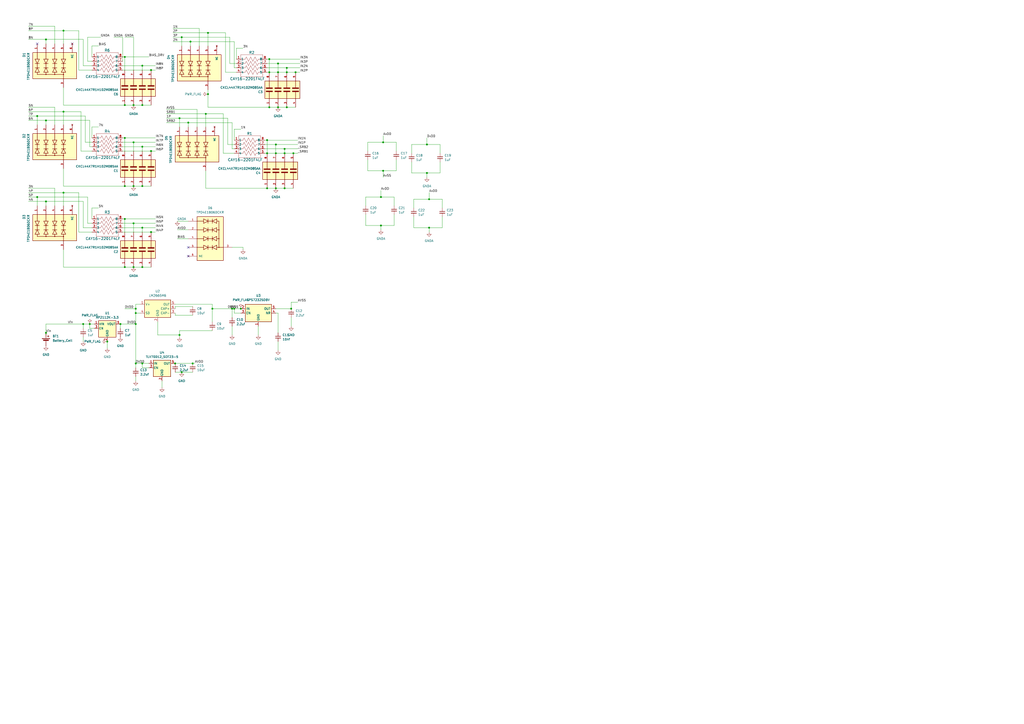
<source format=kicad_sch>
(kicad_sch (version 20230121) (generator eeschema)
  (paper "A2")
  (lib_symbols
    (symbol "CAY16-2201F4LF:CAY16-2201F4LF" (pin_names (offset 0.254))
      (property "Reference" "R" (at 8.382 9.144 0))
      (property "Value" "CAY16-2201F4LF" (at 8.89 5.588 0))
      (symbol "CAY16-2201F4LF_0_1"
        (pin unspecified line (at 0 0 0) (length 2.54) (name "1") (number "1"))
        (pin unspecified line (at 0 -2.54 0) (length 2.54) (name "2") (number "2"))
        (pin unspecified line (at 0 -5.08 0) (length 2.54) (name "3") (number "3"))
        (pin unspecified line (at 0 -7.62 0) (length 2.54) (name "4") (number "4"))
        (pin unspecified line (at 17.78 -7.62 180) (length 2.54) (name "5") (number "5"))
        (pin unspecified line (at 17.78 -5.08 180) (length 2.54) (name "6") (number "6"))
        (pin unspecified line (at 17.78 -2.54 180) (length 2.54) (name "7") (number "7"))
        (pin unspecified line (at 17.78 0 180) (length 2.54) (name "8") (number "8"))
      )
    )
    (symbol "CKCL44X7R1H102M085AA:CKCL44X7R1H102M085AA" (pin_names (offset 1.016))
      (property "Reference" "C" (at -5.08 11.43 0))
      (property "Value" "CKCL44X7R1H102M085AA" (at -5.08 -12.7 0))
      (symbol "CKCL44X7R1H102M085AA_0_0"
        (pin passive line (at -10.16 7.62 0) (length 5.08) (name "~") (number "1"))
        (pin passive line (at -10.16 2.54 0) (length 5.08) (name "~") (number "2"))
        (pin passive line (at -10.16 -2.54 0) (length 5.08) (name "~") (number "3"))
        (pin passive line (at -10.16 -7.62 0) (length 5.08) (name "~") (number "4"))
        (pin passive line (at 10.16 -7.62 180) (length 5.08) (name "~") (number "5"))
        (pin passive line (at 10.16 -2.54 180) (length 5.08) (name "~") (number "6"))
        (pin passive line (at 10.16 2.54 180) (length 5.08) (name "~") (number "7"))
        (pin passive line (at 10.16 7.62 180) (length 5.08) (name "~") (number "8"))
      )
    )
    (symbol "Device:Battery_Cell" (pin_numbers hide) (pin_names (offset 0) hide)
      (property "Reference" "BT" (at 2.54 2.54 0))
      (property "Value" "Battery_Cell" (at 2.54 0 0))
      (symbol "Battery_Cell_1_1"
        (pin passive line (at 0 5.08 270) (length 2.54) (name "+") (number "1"))
        (pin passive line (at 0 -2.54 90) (length 2.54) (name "-") (number "2"))
      )
    )
    (symbol "Device:C_Small" (pin_numbers hide) (pin_names (offset 0.254) hide)
      (property "Reference" "C" (at 0.254 1.778 0))
      (property "Value" "C_Small" (at 0.254 -2.032 0))
      (symbol "C_Small_1_1"
        (pin passive line (at 0 2.54 270) (length 2.032) (name "~") (number "1"))
        (pin passive line (at 0 -2.54 90) (length 2.032) (name "~") (number "2"))
      )
    )
    (symbol "Regulator_Linear:AP2112K-3.3" (pin_names (offset 0.254))
      (property "Reference" "U" (at -5.08 5.715 0))
      (property "Value" "AP2112K-3.3" (at 0 5.715 0))
      (symbol "AP2112K-3.3_1_1"
        (pin power_in line (at -7.62 2.54 0) (length 2.54) (name "VIN") (number "1"))
        (pin power_in line (at 0 -7.62 90) (length 2.54) (name "GND") (number "2"))
        (pin input line (at -7.62 0 0) (length 2.54) (name "EN") (number "3"))
        (pin no_connect line (at 5.08 0 180) (length 2.54) hide (name "NC") (number "4"))
        (pin power_out line (at 7.62 2.54 180) (length 2.54) (name "VOUT") (number "5"))
      )
    )
    (symbol "Regulator_Linear:TLV70012_SOT23-5" (pin_names (offset 0.254))
      (property "Reference" "U" (at -3.81 5.715 0))
      (property "Value" "TLV70012_SOT23-5" (at 0 5.715 0))
      (symbol "TLV70012_SOT23-5_1_1"
        (pin power_in line (at -7.62 2.54 0) (length 2.54) (name "IN") (number "1"))
        (pin power_in line (at 0 -7.62 90) (length 2.54) (name "GND") (number "2"))
        (pin input line (at -7.62 0 0) (length 2.54) (name "EN") (number "3"))
        (pin no_connect line (at 5.08 0 180) (length 2.54) hide (name "NC") (number "4"))
        (pin power_out line (at 7.62 2.54 180) (length 2.54) (name "OUT") (number "5"))
      )
    )
    (symbol "Regulator_Linear:TPS72325DBV"
      (property "Reference" "U" (at -6.35 6.35 0))
      (property "Value" "TPS72325DBV" (at 0 6.35 0))
      (symbol "TPS72325DBV_1_1"
        (pin power_in line (at 0 -7.62 90) (length 2.54) (name "GND") (number "1"))
        (pin power_in line (at -10.16 2.54 0) (length 2.54) (name "IN") (number "2"))
        (pin input line (at -10.16 0 0) (length 2.54) (name "EN") (number "3"))
        (pin input line (at 10.16 0 180) (length 2.54) (name "NR") (number "4"))
        (pin power_out line (at 10.16 2.54 180) (length 2.54) (name "OUT") (number "5"))
      )
    )
    (symbol "Regulator_SwitchedCapacitor:LM2665M6"
      (property "Reference" "U" (at -6.35 6.35 0))
      (property "Value" "LM2665M6" (at 1.27 6.35 0))
      (symbol "LM2665M6_1_1"
        (pin passive line (at -10.16 2.54 0) (length 2.54) (name "V+") (number "1"))
        (pin power_in line (at 0 -7.62 90) (length 2.54) (name "GND") (number "2"))
        (pin passive line (at 10.16 -2.54 180) (length 2.54) (name "CAP-") (number "3"))
        (pin input line (at -10.16 -2.54 0) (length 2.54) (name "SD") (number "4"))
        (pin passive line (at 10.16 2.54 180) (length 2.54) (name "OUT") (number "5"))
        (pin passive line (at 10.16 0 180) (length 2.54) (name "CAP+") (number "6"))
      )
    )
    (symbol "TPD4E1B06DCKR:TPD4E1B06DCKR" (pin_names (offset 1.016))
      (property "Reference" "D" (at -7.62 13.208 0))
      (property "Value" "TPD4E1B06DCKR" (at -7.62 -15.24 0))
      (symbol "TPD4E1B06DCKR_0_0"
        (pin bidirectional line (at -12.7 10.16 0) (length 5.08) (name "~") (number "1"))
        (pin bidirectional line (at -12.7 5.08 0) (length 5.08) (name "~") (number "2"))
        (pin power_in line (at 12.7 -5.08 180) (length 5.08) (name "~") (number "3"))
        (pin bidirectional line (at -12.7 0 0) (length 5.08) (name "~") (number "4"))
        (pin bidirectional line (at -12.7 -5.08 0) (length 5.08) (name "~") (number "5"))
        (pin no_connect line (at -12.7 -10.16 0) (length 5.08) (name "NC") (number "6"))
      )
    )
    (symbol "power:GND" (power) (pin_names (offset 0))
      (property "Value" "GND" (at 0 -3.81 0))
      (symbol "GND_1_1"
        (pin power_in line (at 0 0 270) (length 0) hide (name "GND") (number "1"))
      )
    )
    (symbol "power:GNDA" (power) (pin_names (offset 0))
      (property "Value" "GNDA" (at 0 -3.81 0))
      (symbol "GNDA_1_1"
        (pin power_in line (at 0 0 270) (length 0) hide (name "GNDA") (number "1"))
      )
    )
    (symbol "power:PWR_FLAG" (power) (pin_numbers hide) (pin_names (offset 0) hide)
      (property "Value" "PWR_FLAG" (at 0 3.81 0))
      (symbol "PWR_FLAG_0_0"
        (pin power_out line (at 0 0 90) (length 0) (name "pwr") (number "1"))
      )
    )
  )
  (junction (at 69.85 187.96))
  (junction (at 168.91 179.07))
  (junction (at 78.74 181.61))
  (junction (at 160.02 88.9))
  (junction (at 248.92 115.57))
  (junction (at 220.98 114.3))
  (junction (at 105.41 215.9))
  (junction (at 36.83 111.76))
  (junction (at 21.59 67.31))
  (junction (at 82.55 107.95))
  (junction (at 247.65 83.82))
  (junction (at 82.55 210.82))
  (junction (at 166.37 62.23))
  (junction (at 82.55 38.1))
  (junction (at 105.41 21.59))
  (junction (at 104.14 194.31))
  (junction (at 72.39 107.95))
  (junction (at 156.21 62.23))
  (junction (at 87.63 87.63))
  (junction (at 77.47 107.95))
  (junction (at 220.98 130.81))
  (junction (at 82.55 85.09))
  (junction (at 26.67 69.85))
  (junction (at 82.55 60.96))
  (junction (at 222.25 82.55))
  (junction (at 154.94 81.28))
  (junction (at 222.25 99.06))
  (junction (at 62.23 198.12))
  (junction (at 134.62 179.07))
  (junction (at 171.45 41.91))
  (junction (at 156.21 34.29))
  (junction (at 82.55 154.94))
  (junction (at 120.65 54.61))
  (junction (at 26.67 22.86))
  (junction (at 78.74 210.82))
  (junction (at 72.39 60.96))
  (junction (at 104.14 68.58))
  (junction (at 166.37 41.91))
  (junction (at 26.67 116.84))
  (junction (at 166.37 39.37))
  (junction (at 119.38 66.04))
  (junction (at 161.29 36.83))
  (junction (at 120.65 19.05))
  (junction (at 247.65 100.33))
  (junction (at 87.63 134.62))
  (junction (at 77.47 154.94))
  (junction (at 161.29 62.23))
  (junction (at 101.6 210.82))
  (junction (at 135.89 179.07))
  (junction (at 36.83 17.78))
  (junction (at 160.02 83.82))
  (junction (at 87.63 40.64))
  (junction (at 165.1 86.36))
  (junction (at 82.55 132.08))
  (junction (at 160.02 109.22))
  (junction (at 72.39 80.01))
  (junction (at 78.74 187.96))
  (junction (at 248.92 132.08))
  (junction (at 139.7 179.07))
  (junction (at 21.59 114.3))
  (junction (at 170.18 88.9))
  (junction (at 77.47 60.96))
  (junction (at 26.67 193.04))
  (junction (at 77.47 129.54))
  (junction (at 109.22 71.12))
  (junction (at 123.19 179.07))
  (junction (at 78.74 179.07))
  (junction (at 165.1 109.22))
  (junction (at 156.21 41.91))
  (junction (at 72.39 33.02))
  (junction (at 52.07 187.96))
  (junction (at 110.49 24.13))
  (junction (at 111.76 210.82))
  (junction (at 161.29 41.91))
  (junction (at 77.47 82.55))
  (junction (at 36.83 64.77))
  (junction (at 154.94 88.9))
  (junction (at 72.39 154.94))
  (junction (at 154.94 109.22))
  (junction (at 165.1 88.9))
  (junction (at 72.39 127))
  (junction (at 48.26 187.96))
  (no_connect (at 109.22 148.59))
  (no_connect (at 21.59 25.4))
  (no_connect (at 109.22 143.51))
  (no_connect (at 41.91 25.4))
  (wire (pts (xy 26.67 116.84) (xy 48.26 116.84)))
  (wire (pts (xy 161.29 181.61) (xy 160.02 181.61)))
  (wire (pts (xy 130.81 41.91) (xy 137.16 41.91)))
  (wire (pts (xy 72.39 80.01) (xy 72.39 87.63)))
  (wire (pts (xy 229.87 92.71) (xy 229.87 99.06)))
  (wire (pts (xy 247.65 80.01) (xy 247.65 83.82)))
  (wire (pts (xy 238.76 83.82) (xy 247.65 83.82)))
  (wire (pts (xy 255.27 100.33) (xy 247.65 100.33)))
  (wire (pts (xy 36.83 25.4) (xy 36.83 17.78)))
  (wire (pts (xy 123.19 179.07) (xy 134.62 179.07)))
  (wire (pts (xy 52.07 187.96) (xy 54.61 187.96)))
  (wire (pts (xy 49.53 67.31) (xy 49.53 82.55)))
  (wire (pts (xy 119.38 109.22) (xy 154.94 109.22)))
  (wire (pts (xy 36.83 64.77) (xy 46.99 64.77)))
  (wire (pts (xy 154.94 39.37) (xy 166.37 39.37)))
  (wire (pts (xy 115.57 26.67) (xy 115.57 16.51)))
  (wire (pts (xy 31.75 25.4) (xy 31.75 15.24)))
  (wire (pts (xy 52.07 69.85) (xy 52.07 85.09)))
  (wire (pts (xy 153.67 88.9) (xy 154.94 88.9)))
  (wire (pts (xy 120.65 52.07) (xy 120.65 54.61)))
  (wire (pts (xy 82.55 60.96) (xy 87.63 60.96)))
  (wire (pts (xy 156.21 34.29) (xy 173.99 34.29)))
  (wire (pts (xy 82.55 210.82) (xy 86.36 210.82)))
  (wire (pts (xy 46.99 87.63) (xy 53.34 87.63)))
  (wire (pts (xy 119.38 66.04) (xy 129.54 66.04)))
  (wire (pts (xy 21.59 114.3) (xy 50.8 114.3)))
  (wire (pts (xy 220.98 110.49) (xy 220.98 114.3)))
  (wire (pts (xy 36.83 72.39) (xy 36.83 64.77)))
  (wire (pts (xy 166.37 39.37) (xy 173.99 39.37)))
  (wire (pts (xy 134.62 179.07) (xy 135.89 179.07)))
  (wire (pts (xy 120.65 62.23) (xy 156.21 62.23)))
  (wire (pts (xy 77.47 129.54) (xy 90.17 129.54)))
  (wire (pts (xy 16.51 67.31) (xy 21.59 67.31)))
  (wire (pts (xy 48.26 187.96) (xy 52.07 187.96)))
  (wire (pts (xy 16.51 64.77) (xy 36.83 64.77)))
  (wire (pts (xy 123.19 191.77) (xy 104.14 191.77)))
  (wire (pts (xy 71.12 38.1) (xy 82.55 38.1)))
  (wire (pts (xy 255.27 93.98) (xy 255.27 100.33)))
  (wire (pts (xy 71.12 82.55) (xy 77.47 82.55)))
  (wire (pts (xy 140.97 143.51) (xy 140.97 144.78)))
  (wire (pts (xy 52.07 85.09) (xy 53.34 85.09)))
  (wire (pts (xy 36.83 107.95) (xy 72.39 107.95)))
  (wire (pts (xy 154.94 34.29) (xy 156.21 34.29)))
  (wire (pts (xy 109.22 71.12) (xy 134.62 71.12)))
  (wire (pts (xy 213.36 87.63) (xy 213.36 82.55)))
  (wire (pts (xy 72.39 107.95) (xy 77.47 107.95)))
  (wire (pts (xy 82.55 38.1) (xy 82.55 40.64)))
  (wire (pts (xy 105.41 21.59) (xy 133.35 21.59)))
  (wire (pts (xy 240.03 132.08) (xy 248.92 132.08)))
  (wire (pts (xy 87.63 87.63) (xy 90.17 87.63)))
  (wire (pts (xy 154.94 81.28) (xy 172.72 81.28)))
  (wire (pts (xy 26.67 22.86) (xy 48.26 22.86)))
  (wire (pts (xy 31.75 62.23) (xy 16.51 62.23)))
  (wire (pts (xy 134.62 179.07) (xy 134.62 184.15)))
  (wire (pts (xy 161.29 36.83) (xy 173.99 36.83)))
  (wire (pts (xy 102.87 133.35) (xy 109.22 133.35)))
  (wire (pts (xy 93.98 220.98) (xy 93.98 224.79)))
  (wire (pts (xy 220.98 130.81) (xy 220.98 133.35)))
  (wire (pts (xy 165.1 88.9) (xy 170.18 88.9)))
  (wire (pts (xy 26.67 72.39) (xy 26.67 69.85)))
  (wire (pts (xy 135.89 24.13) (xy 135.89 39.37)))
  (wire (pts (xy 161.29 62.23) (xy 166.37 62.23)))
  (wire (pts (xy 71.12 40.64) (xy 87.63 40.64)))
  (wire (pts (xy 78.74 181.61) (xy 81.28 181.61)))
  (wire (pts (xy 100.33 24.13) (xy 110.49 24.13)))
  (wire (pts (xy 77.47 82.55) (xy 90.17 82.55)))
  (wire (pts (xy 104.14 73.66) (xy 104.14 68.58)))
  (wire (pts (xy 104.14 191.77) (xy 104.14 194.31)))
  (wire (pts (xy 53.34 26.67) (xy 57.15 26.67)))
  (wire (pts (xy 105.41 215.9) (xy 111.76 215.9)))
  (wire (pts (xy 165.1 86.36) (xy 172.72 86.36)))
  (wire (pts (xy 119.38 73.66) (xy 119.38 66.04)))
  (wire (pts (xy 248.92 115.57) (xy 256.54 115.57)))
  (wire (pts (xy 78.74 210.82) (xy 82.55 210.82)))
  (wire (pts (xy 168.91 175.26) (xy 172.72 175.26)))
  (wire (pts (xy 45.72 134.62) (xy 53.34 134.62)))
  (wire (pts (xy 153.67 83.82) (xy 160.02 83.82)))
  (wire (pts (xy 154.94 109.22) (xy 160.02 109.22)))
  (wire (pts (xy 161.29 193.04) (xy 161.29 181.61)))
  (wire (pts (xy 78.74 218.44) (xy 78.74 220.98)))
  (wire (pts (xy 104.14 195.58) (xy 104.14 194.31)))
  (wire (pts (xy 66.04 21.59) (xy 71.12 21.59)))
  (wire (pts (xy 248.92 111.76) (xy 248.92 115.57)))
  (wire (pts (xy 222.25 99.06) (xy 229.87 99.06)))
  (wire (pts (xy 62.23 198.12) (xy 62.23 201.93)))
  (wire (pts (xy 86.36 213.36) (xy 82.55 213.36)))
  (wire (pts (xy 248.92 132.08) (xy 248.92 134.62)))
  (wire (pts (xy 161.29 198.12) (xy 161.29 203.2)))
  (wire (pts (xy 238.76 88.9) (xy 238.76 83.82)))
  (wire (pts (xy 212.09 124.46) (xy 212.09 130.81)))
  (wire (pts (xy 255.27 83.82) (xy 255.27 88.9)))
  (wire (pts (xy 166.37 62.23) (xy 171.45 62.23)))
  (wire (pts (xy 153.67 86.36) (xy 165.1 86.36)))
  (wire (pts (xy 134.62 71.12) (xy 134.62 86.36)))
  (wire (pts (xy 160.02 88.9) (xy 165.1 88.9)))
  (wire (pts (xy 222.25 78.74) (xy 222.25 82.55)))
  (wire (pts (xy 154.94 88.9) (xy 160.02 88.9)))
  (wire (pts (xy 53.34 33.02) (xy 53.34 26.67)))
  (wire (pts (xy 228.6 114.3) (xy 228.6 119.38)))
  (wire (pts (xy 72.39 21.59) (xy 77.47 21.59)))
  (wire (pts (xy 114.3 63.5) (xy 96.52 63.5)))
  (wire (pts (xy 69.85 187.96) (xy 78.74 187.96)))
  (wire (pts (xy 166.37 41.91) (xy 171.45 41.91)))
  (wire (pts (xy 240.03 125.73) (xy 240.03 132.08)))
  (wire (pts (xy 54.61 190.5) (xy 52.07 190.5)))
  (wire (pts (xy 212.09 119.38) (xy 212.09 114.3)))
  (wire (pts (xy 96.52 71.12) (xy 109.22 71.12)))
  (wire (pts (xy 31.75 109.22) (xy 16.51 109.22)))
  (wire (pts (xy 135.89 181.61) (xy 135.89 179.07)))
  (wire (pts (xy 133.35 36.83) (xy 137.16 36.83)))
  (wire (pts (xy 46.99 64.77) (xy 46.99 87.63)))
  (wire (pts (xy 139.7 181.61) (xy 135.89 181.61)))
  (wire (pts (xy 123.19 179.07) (xy 123.19 186.69)))
  (wire (pts (xy 129.54 88.9) (xy 135.89 88.9)))
  (wire (pts (xy 154.94 81.28) (xy 154.94 88.9)))
  (wire (pts (xy 238.76 100.33) (xy 247.65 100.33)))
  (wire (pts (xy 52.07 190.5) (xy 52.07 187.96)))
  (wire (pts (xy 82.55 38.1) (xy 90.17 38.1)))
  (wire (pts (xy 123.19 176.53) (xy 123.19 179.07)))
  (wire (pts (xy 132.08 83.82) (xy 135.89 83.82)))
  (wire (pts (xy 77.47 107.95) (xy 82.55 107.95)))
  (wire (pts (xy 213.36 82.55) (xy 222.25 82.55)))
  (wire (pts (xy 82.55 132.08) (xy 82.55 134.62)))
  (wire (pts (xy 21.59 119.38) (xy 21.59 114.3)))
  (wire (pts (xy 48.26 116.84) (xy 48.26 132.08)))
  (wire (pts (xy 78.74 179.07) (xy 78.74 181.61)))
  (wire (pts (xy 71.12 134.62) (xy 87.63 134.62)))
  (wire (pts (xy 48.26 38.1) (xy 53.34 38.1)))
  (wire (pts (xy 50.8 35.56) (xy 53.34 35.56)))
  (wire (pts (xy 156.21 41.91) (xy 161.29 41.91)))
  (wire (pts (xy 133.35 21.59) (xy 133.35 36.83)))
  (wire (pts (xy 21.59 72.39) (xy 21.59 67.31)))
  (wire (pts (xy 31.75 15.24) (xy 16.51 15.24)))
  (wire (pts (xy 36.83 119.38) (xy 36.83 111.76)))
  (wire (pts (xy 256.54 125.73) (xy 256.54 132.08)))
  (wire (pts (xy 168.91 184.15) (xy 168.91 189.23)))
  (wire (pts (xy 105.41 26.67) (xy 105.41 21.59)))
  (wire (pts (xy 220.98 114.3) (xy 228.6 114.3)))
  (wire (pts (xy 160.02 83.82) (xy 172.72 83.82)))
  (wire (pts (xy 36.83 17.78) (xy 45.72 17.78)))
  (wire (pts (xy 78.74 176.53) (xy 78.74 179.07)))
  (wire (pts (xy 72.39 33.02) (xy 72.39 40.64)))
  (wire (pts (xy 160.02 109.22) (xy 165.1 109.22)))
  (wire (pts (xy 82.55 154.94) (xy 87.63 154.94)))
  (wire (pts (xy 213.36 99.06) (xy 222.25 99.06)))
  (wire (pts (xy 137.16 34.29) (xy 137.16 27.94)))
  (wire (pts (xy 101.6 179.07) (xy 101.6 177.8)))
  (wire (pts (xy 16.51 111.76) (xy 36.83 111.76)))
  (wire (pts (xy 50.8 129.54) (xy 53.34 129.54)))
  (wire (pts (xy 109.22 73.66) (xy 109.22 71.12)))
  (wire (pts (xy 166.37 39.37) (xy 166.37 41.91)))
  (wire (pts (xy 50.8 21.59) (xy 50.8 35.56)))
  (wire (pts (xy 168.91 179.07) (xy 168.91 175.26)))
  (wire (pts (xy 101.6 181.61) (xy 101.6 182.88)))
  (wire (pts (xy 72.39 154.94) (xy 77.47 154.94)))
  (wire (pts (xy 101.6 177.8) (xy 111.76 177.8)))
  (wire (pts (xy 31.75 72.39) (xy 31.75 62.23)))
  (wire (pts (xy 160.02 179.07) (xy 168.91 179.07)))
  (wire (pts (xy 229.87 82.55) (xy 229.87 87.63)))
  (wire (pts (xy 104.14 68.58) (xy 132.08 68.58)))
  (wire (pts (xy 213.36 92.71) (xy 213.36 99.06)))
  (wire (pts (xy 228.6 130.81) (xy 220.98 130.81)))
  (wire (pts (xy 134.62 86.36) (xy 135.89 86.36)))
  (wire (pts (xy 77.47 154.94) (xy 82.55 154.94)))
  (wire (pts (xy 45.72 111.76) (xy 45.72 134.62)))
  (wire (pts (xy 212.09 130.81) (xy 220.98 130.81)))
  (wire (pts (xy 77.47 129.54) (xy 77.47 134.62)))
  (wire (pts (xy 26.67 193.04) (xy 26.67 187.96)))
  (wire (pts (xy 87.63 40.64) (xy 90.17 40.64)))
  (wire (pts (xy 222.25 99.06) (xy 222.25 102.87)))
  (wire (pts (xy 71.12 87.63) (xy 87.63 87.63)))
  (wire (pts (xy 21.59 67.31) (xy 49.53 67.31)))
  (wire (pts (xy 101.6 176.53) (xy 123.19 176.53)))
  (wire (pts (xy 101.6 210.82) (xy 111.76 210.82)))
  (wire (pts (xy 101.6 215.9) (xy 105.41 215.9)))
  (wire (pts (xy 115.57 16.51) (xy 100.33 16.51)))
  (wire (pts (xy 114.3 73.66) (xy 114.3 63.5)))
  (wire (pts (xy 240.03 120.65) (xy 240.03 115.57)))
  (wire (pts (xy 53.34 80.01) (xy 53.34 73.66)))
  (wire (pts (xy 100.33 19.05) (xy 120.65 19.05)))
  (wire (pts (xy 135.89 74.93) (xy 139.7 74.93)))
  (wire (pts (xy 71.12 127) (xy 72.39 127)))
  (wire (pts (xy 72.39 127) (xy 72.39 134.62)))
  (wire (pts (xy 45.72 17.78) (xy 45.72 40.64)))
  (wire (pts (xy 247.65 100.33) (xy 247.65 102.87)))
  (wire (pts (xy 135.89 39.37) (xy 137.16 39.37)))
  (wire (pts (xy 82.55 107.95) (xy 87.63 107.95)))
  (wire (pts (xy 96.52 68.58) (xy 104.14 68.58)))
  (wire (pts (xy 71.12 85.09) (xy 82.55 85.09)))
  (wire (pts (xy 36.83 97.79) (xy 36.83 107.95)))
  (wire (pts (xy 129.54 66.04) (xy 129.54 88.9)))
  (wire (pts (xy 72.39 60.96) (xy 77.47 60.96)))
  (wire (pts (xy 101.6 182.88) (xy 111.76 182.88)))
  (wire (pts (xy 238.76 93.98) (xy 238.76 100.33)))
  (wire (pts (xy 222.25 82.55) (xy 229.87 82.55)))
  (wire (pts (xy 153.67 81.28) (xy 154.94 81.28)))
  (wire (pts (xy 26.67 25.4) (xy 26.67 22.86)))
  (wire (pts (xy 120.65 54.61) (xy 120.65 62.23)))
  (wire (pts (xy 256.54 115.57) (xy 256.54 120.65)))
  (wire (pts (xy 26.67 119.38) (xy 26.67 116.84)))
  (wire (pts (xy 135.89 179.07) (xy 139.7 179.07)))
  (wire (pts (xy 36.83 111.76) (xy 45.72 111.76)))
  (wire (pts (xy 26.67 69.85) (xy 52.07 69.85)))
  (wire (pts (xy 165.1 109.22) (xy 170.18 109.22)))
  (wire (pts (xy 240.03 115.57) (xy 248.92 115.57)))
  (wire (pts (xy 228.6 124.46) (xy 228.6 130.81)))
  (wire (pts (xy 160.02 83.82) (xy 160.02 88.9)))
  (wire (pts (xy 36.83 154.94) (xy 72.39 154.94)))
  (wire (pts (xy 72.39 33.02) (xy 86.36 33.02)))
  (wire (pts (xy 149.86 189.23) (xy 149.86 194.31)))
  (wire (pts (xy 91.44 194.31) (xy 104.14 194.31)))
  (wire (pts (xy 26.67 187.96) (xy 48.26 187.96)))
  (wire (pts (xy 69.85 187.96) (xy 69.85 190.5)))
  (wire (pts (xy 71.12 80.01) (xy 72.39 80.01)))
  (wire (pts (xy 72.39 80.01) (xy 90.17 80.01)))
  (wire (pts (xy 256.54 132.08) (xy 248.92 132.08)))
  (wire (pts (xy 120.65 26.67) (xy 120.65 19.05)))
  (wire (pts (xy 91.44 186.69) (xy 91.44 194.31)))
  (wire (pts (xy 48.26 190.5) (xy 48.26 187.96)))
  (wire (pts (xy 96.52 66.04) (xy 119.38 66.04)))
  (wire (pts (xy 36.83 144.78) (xy 36.83 154.94)))
  (wire (pts (xy 109.22 128.27) (xy 102.87 128.27)))
  (wire (pts (xy 78.74 210.82) (xy 78.74 187.96)))
  (wire (pts (xy 71.12 33.02) (xy 72.39 33.02)))
  (wire (pts (xy 77.47 21.59) (xy 77.47 40.64)))
  (wire (pts (xy 50.8 114.3) (xy 50.8 129.54)))
  (wire (pts (xy 16.51 114.3) (xy 21.59 114.3)))
  (wire (pts (xy 156.21 62.23) (xy 161.29 62.23)))
  (wire (pts (xy 53.34 127) (xy 53.34 120.65)))
  (wire (pts (xy 77.47 82.55) (xy 77.47 87.63)))
  (wire (pts (xy 154.94 36.83) (xy 161.29 36.83)))
  (wire (pts (xy 36.83 60.96) (xy 72.39 60.96)))
  (wire (pts (xy 45.72 40.64) (xy 53.34 40.64)))
  (wire (pts (xy 48.26 132.08) (xy 53.34 132.08)))
  (wire (pts (xy 119.38 99.06) (xy 119.38 109.22)))
  (wire (pts (xy 16.51 22.86) (xy 26.67 22.86)))
  (wire (pts (xy 78.74 210.82) (xy 78.74 213.36)))
  (wire (pts (xy 156.21 34.29) (xy 156.21 41.91)))
  (wire (pts (xy 16.51 17.78) (xy 36.83 17.78)))
  (wire (pts (xy 212.09 114.3) (xy 220.98 114.3)))
  (wire (pts (xy 110.49 26.67) (xy 110.49 24.13)))
  (wire (pts (xy 48.26 195.58) (xy 48.26 198.12)))
  (wire (pts (xy 50.8 21.59) (xy 58.42 21.59)))
  (wire (pts (xy 82.55 85.09) (xy 90.17 85.09)))
  (wire (pts (xy 82.55 132.08) (xy 90.17 132.08)))
  (wire (pts (xy 82.55 85.09) (xy 82.55 87.63)))
  (wire (pts (xy 16.51 69.85) (xy 26.67 69.85)))
  (wire (pts (xy 161.29 36.83) (xy 161.29 41.91)))
  (wire (pts (xy 170.18 88.9) (xy 172.72 88.9)))
  (wire (pts (xy 87.63 134.62) (xy 90.17 134.62)))
  (wire (pts (xy 53.34 120.65) (xy 57.15 120.65)))
  (wire (pts (xy 36.83 50.8) (xy 36.83 60.96)))
  (wire (pts (xy 135.89 81.28) (xy 135.89 74.93)))
  (wire (pts (xy 102.87 138.43) (xy 109.22 138.43)))
  (wire (pts (xy 26.67 194.31) (xy 26.67 193.04)))
  (wire (pts (xy 48.26 22.86) (xy 48.26 38.1)))
  (wire (pts (xy 72.39 179.07) (xy 78.74 179.07)))
  (wire (pts (xy 49.53 82.55) (xy 53.34 82.55)))
  (wire (pts (xy 132.08 68.58) (xy 132.08 83.82)))
  (wire (pts (xy 71.12 132.08) (xy 82.55 132.08)))
  (wire (pts (xy 53.34 73.66) (xy 57.15 73.66)))
  (wire (pts (xy 130.81 19.05) (xy 130.81 41.91)))
  (wire (pts (xy 77.47 60.96) (xy 82.55 60.96)))
  (wire (pts (xy 82.55 213.36) (xy 82.55 210.82)))
  (wire (pts (xy 31.75 119.38) (xy 31.75 109.22)))
  (wire (pts (xy 78.74 181.61) (xy 78.74 187.96)))
  (wire (pts (xy 134.62 189.23) (xy 134.62 194.31)))
  (wire (pts (xy 247.65 83.82) (xy 255.27 83.82)))
  (wire (pts (xy 111.76 210.82) (xy 113.03 210.82)))
  (wire (pts (xy 120.65 19.05) (xy 130.81 19.05)))
  (wire (pts (xy 154.94 41.91) (xy 156.21 41.91)))
  (wire (pts (xy 16.51 116.84) (xy 26.67 116.84)))
  (wire (pts (xy 171.45 41.91) (xy 173.99 41.91)))
  (wire (pts (xy 161.29 41.91) (xy 166.37 41.91)))
  (wire (pts (xy 110.49 24.13) (xy 135.89 24.13)))
  (wire (pts (xy 137.16 27.94) (xy 140.97 27.94)))
  (wire (pts (xy 134.62 143.51) (xy 140.97 143.51)))
  (wire (pts (xy 78.74 176.53) (xy 81.28 176.53)))
  (wire (pts (xy 100.33 21.59) (xy 105.41 21.59)))
  (wire (pts (xy 165.1 86.36) (xy 165.1 88.9)))
  (wire (pts (xy 71.12 21.59) (xy 71.12 35.56)))
  (wire (pts (xy 72.39 127) (xy 90.17 127)))
  (wire (pts (xy 71.12 129.54) (xy 77.47 129.54)))
  (label "DVDD" (at 73.66 187.96 0))
  (label "GNDA" (at 66.04 21.59 0))
  (label "GNDA" (at 72.39 21.59 0))
  (label "DVSS" (at 133.35 179.07 0))
  (label "DVSS" (at 132.08 179.07 0))
  (label "DVDD" (at 78.74 210.82 0))
  (label "IN8P" (at 90.17 40.64 0))
  (label "SRB2" (at 96.52 71.12 0))
  (label "IN2N" (at 173.99 39.37 0))
  (label "1N" (at 100.33 16.51 0))
  (label "2P" (at 100.33 19.05 0))
  (label "_SRB2" (at 172.72 86.36 0))
  (label "AVDD" (at 102.87 133.35 0))
  (label "5N" (at 16.51 62.23 0))
  (label "AVSS" (at 96.52 63.5 0))
  (label "IN4P" (at 90.17 134.62 0))
  (label "5P" (at 16.51 114.3 0))
  (label "AVDD" (at 113.03 210.82 0))
  (label "1P" (at 96.52 68.58 0))
  (label "Vin" (at 26.67 193.04 0))
  (label "GNDA" (at 58.42 21.59 0))
  (label "IN2P" (at 173.99 41.91 0))
  (label "IN1P" (at 172.72 83.82 0))
  (label "7N" (at 16.51 15.24 0))
  (label "IN5P" (at 90.17 129.54 0))
  (label "DvDD" (at 247.65 80.01 0))
  (label "IN1N" (at 172.72 81.28 0))
  (label "4P" (at 16.51 111.76 0))
  (label "8P" (at 16.51 17.78 0))
  (label "AvSS" (at 222.25 102.87 0))
  (label "6P" (at 16.51 64.77 0))
  (label "IN3N" (at 173.99 34.29 0))
  (label "IN6N" (at 90.17 85.09 0))
  (label "2N" (at 100.33 24.13 0))
  (label "BIAS_DRV" (at 86.36 33.02 0))
  (label "3P" (at 100.33 21.59 0))
  (label "7P" (at 16.51 67.31 0))
  (label "1N" (at 139.7 74.93 0))
  (label "Vin" (at 39.37 187.96 0))
  (label "BIAS" (at 102.87 138.43 0))
  (label "3N" (at 140.97 27.94 0))
  (label "AvDD" (at 220.98 110.49 0))
  (label "BIAS" (at 57.15 26.67 0))
  (label "IN5N" (at 90.17 127 0))
  (label "5N" (at 57.15 120.65 0))
  (label "AvDD" (at 248.92 111.76 0))
  (label "SRB1" (at 96.52 66.04 0))
  (label "AVSS" (at 172.72 175.26 0))
  (label "7N" (at 57.15 73.66 0))
  (label "3N" (at 16.51 109.22 0))
  (label "6N" (at 16.51 69.85 0))
  (label "_SRB1" (at 172.72 88.9 0))
  (label "IN7N" (at 90.17 80.01 0))
  (label "8N" (at 16.51 22.86 0))
  (label "IN4N" (at 90.17 132.08 0))
  (label "4N" (at 16.51 116.84 0))
  (label "IN8N" (at 90.17 38.1 0))
  (label "AvDD" (at 222.25 78.74 0))
  (label "DVDD" (at 72.39 179.07 0))
  (label "IN7P" (at 90.17 82.55 0))
  (label "IN3P" (at 173.99 36.83 0))
  (label "IN6P" (at 90.17 87.63 0))
  (symbol (lib_id "CKCL44X7R1H102M085AA:CKCL44X7R1H102M085AA") (at 80.01 97.79 90) (unit 1)
    (property "Reference" "C1" (at 68.58 99.06 90) (effects (justify left)))
    (property "Value" "CKCL44X7R1H102M085AA" (at 68.58 96.52 90) (effects (justify left)))
    (property "Footprint" "CKCL44X7R1H102M085AA:CAPCAF50P200X125X85-8" (effects hide))
    (property "MF" "TDK" (effects hide))
    (property "MAXIMUM_PACKAGE_HEIGHT" "0.85 mm" (effects hide))
    (property "Package" "0805 TDK Corporation" (effects hide))
    (property "Price" "None" (effects hide))
    (property "Check_prices" "https://www.snapeda.com/parts/CKCL44X7R1H102M085AA/TDK-Lambda+Americas+Inc/view-part/?ref=eda" (effects hide))
    (property "STANDARD" "Manufacturer Recommendations" (effects hide))
    (property "PARTREV" "Dec 2014" (effects hide))
    (property "SnapEDA_Link" "https://www.snapeda.com/parts/CKCL44X7R1H102M085AA/TDK-Lambda+Americas+Inc/view-part/?ref=snap" (effects hide))
    (property "MP" "CKCL44X7R1H102M085AA" (effects hide))
    (property "Description" "\n1000pF Isolated Capacitor Array 50V X7R 0805 (2012 Metric)\n" (effects hide))
    (property "Availability" "In Stock" (effects hide))
    (property "MANUFACTURER" "TDK" (effects hide))
  )
  (symbol (lib_id "CKCL44X7R1H102M085AA:CKCL44X7R1H102M085AA") (at 162.56 99.06 90) (unit 1)
    (property "Reference" "C4" (at 151.13 100.33 90) (effects (justify left)))
    (property "Value" "CKCL44X7R1H102M085AA" (at 151.13 97.79 90) (effects (justify left)))
    (property "Footprint" "CKCL44X7R1H102M085AA:CAPCAF50P200X125X85-8" (effects hide))
    (property "MF" "TDK" (effects hide))
    (property "MAXIMUM_PACKAGE_HEIGHT" "0.85 mm" (effects hide))
    (property "Package" "0805 TDK Corporation" (effects hide))
    (property "Price" "None" (effects hide))
    (property "Check_prices" "https://www.snapeda.com/parts/CKCL44X7R1H102M085AA/TDK-Lambda+Americas+Inc/view-part/?ref=eda" (effects hide))
    (property "STANDARD" "Manufacturer Recommendations" (effects hide))
    (property "PARTREV" "Dec 2014" (effects hide))
    (property "SnapEDA_Link" "https://www.snapeda.com/parts/CKCL44X7R1H102M085AA/TDK-Lambda+Americas+Inc/view-part/?ref=snap" (effects hide))
    (property "MP" "CKCL44X7R1H102M085AA" (effects hide))
    (property "Description" "\n1000pF Isolated Capacitor Array 50V X7R 0805 (2012 Metric)\n" (effects hide))
    (property "Availability" "In Stock" (effects hide))
    (property "MANUFACTURER" "TDK" (effects hide))
  )
  (symbol (lib_id "Device:C_Small") (at 78.74 215.9 0) (unit 1)
    (property "Reference" "C13" (at 81.28 214.6363 0) (effects (justify left)))
    (property "Value" "2.2uf" (at 81.28 217.1763 0) (effects (justify left)))
  )
  (symbol (lib_id "Device:C_Small") (at 69.85 193.04 0) (unit 1)
    (property "Reference" "C7" (at 72.39 191.7763 0) (effects (justify left)))
    (property "Value" "1uf" (at 72.39 194.3163 0) (effects (justify left)))
  )
  (symbol (lib_id "power:GND") (at 62.23 201.93 0) (unit 1)
    (property "Reference" "#PWR09" (effects hide))
    (property "Value" "GND" (at 62.23 207.01 0))
  )
  (symbol (lib_id "power:PWR_FLAG") (at 120.65 54.61 90) (unit 1)
    (property "Reference" "#FLG01" (effects hide))
    (property "Value" "PWR_FLAG" (at 116.84 54.61 90) (effects (justify left)))
  )
  (symbol (lib_id "TPD4E1B06DCKR:TPD4E1B06DCKR") (at 115.57 39.37 90) (mirror x) (unit 1)
    (property "Reference" "D4" (at 97.79 31.75 0) (effects (justify left)))
    (property "Value" "TPD4E1B06DCKR" (at 100.33 31.75 0) (effects (justify left)))
    (property "Footprint" "TPD4E1B06DCKR:TVS_TPD4E1B06DCKR" (effects hide))
    (property "MF" "Texas Instruments" (effects hide))
    (property "MAXIMUM_PACKAGE_HEIGHT" "1.1 mm" (effects hide))
    (property "Package" "SOT-SC70-6 Texas Instruments" (effects hide))
    (property "Price" "None" (effects hide))
    (property "Check_prices" "https://www.snapeda.com/parts/TPD4E1B06DCKR/Texas+Instruments/view-part/?ref=eda" (effects hide))
    (property "STANDARD" "Manufacturer Recommendations" (effects hide))
    (property "PARTREV" "C" (effects hide))
    (property "SnapEDA_Link" "https://www.snapeda.com/parts/TPD4E1B06DCKR/Texas+Instruments/view-part/?ref=snap" (effects hide))
    (property "MP" "TPD4E1B06DCKR" (effects hide))
    (property "Purchase-URL" "https://www.snapeda.com/api/url_track_click_mouser/?unipart_id=46121&manufacturer=Texas Instruments&part_name=TPD4E1B06DCKR&search_term=tpd4e1b06dckr" (effects hide))
    (property "Description" "\nQuad 0.7-pF, ±5.5-V, ±12-kV ESD protection diode with 0.5-nA max leakage in SOT & SC70 packages\n" (effects hide))
    (property "MANUFACTURER" "Texas Instruments" (effects hide))
    (property "Availability" "In Stock" (effects hide))
    (property "SNAPEDA_PN" "TPD4E1B06DCKR" (effects hide))
  )
  (symbol (lib_id "power:GNDA") (at 248.92 134.62 0) (unit 1)
    (property "Reference" "#PWR021" (effects hide))
    (property "Value" "GNDA" (at 248.92 139.7 0))
  )
  (symbol (lib_id "power:GNDA") (at 77.47 154.94 0) (unit 1)
    (property "Reference" "#PWR06" (effects hide))
    (property "Value" "GNDA" (at 77.47 160.02 0))
  )
  (symbol (lib_id "power:PWR_FLAG") (at 139.7 179.07 0) (unit 1)
    (property "Reference" "#FLG04" (effects hide))
    (property "Value" "PWR_FLAG" (at 139.7 173.99 0))
  )
  (symbol (lib_id "power:PWR_FLAG") (at 62.23 198.12 90) (unit 1)
    (property "Reference" "#FLG03" (effects hide))
    (property "Value" "PWR_FLAG" (at 58.42 198.12 90) (effects (justify left)))
  )
  (symbol (lib_id "Device:C_Small") (at 111.76 180.34 0) (unit 1)
    (property "Reference" "C8" (at 114.3 179.0763 0) (effects (justify left)))
    (property "Value" "10uf" (at 114.3 181.6163 0) (effects (justify left)))
  )
  (symbol (lib_id "power:GNDA") (at 220.98 133.35 0) (unit 1)
    (property "Reference" "#PWR020" (effects hide))
    (property "Value" "GNDA" (at 220.98 138.43 0))
  )
  (symbol (lib_id "power:GNDA") (at 160.02 109.22 0) (unit 1)
    (property "Reference" "#PWR05" (effects hide))
    (property "Value" "GNDA" (at 160.02 114.3 0))
  )
  (symbol (lib_id "Regulator_Linear:AP2112K-3.3") (at 62.23 190.5 0) (unit 1)
    (property "Reference" "U1" (at 62.23 181.61 0))
    (property "Value" "AP2112K-3.3" (at 62.23 184.15 0))
    (property "Footprint" "Package_TO_SOT_SMD:SOT-23-5" (effects hide))
    (property "Datasheet" "https://www.diodes.com/assets/Datasheets/AP2112.pdf" (effects hide))
  )
  (symbol (lib_id "power:GND") (at 78.74 220.98 0) (unit 1)
    (property "Reference" "#PWR015" (effects hide))
    (property "Value" "GND" (at 78.74 226.06 0))
  )
  (symbol (lib_id "CAY16-2201F4LF:CAY16-2201F4LF") (at 137.16 34.29 0) (unit 1)
    (property "Reference" "R2" (at 146.05 30.48 0) (effects (font (size 1.524 1.524))))
    (property "Value" "CAY16-2201F4LF" (at 143.51 45.72 0) (effects (font (size 1.524 1.524))))
    (property "Footprint" "CAY16_BRN" (effects hide))
    (property "Datasheet" "CAY16-2201F4LF" (effects hide))
  )
  (symbol (lib_id "Regulator_Linear:TPS72325DBV") (at 149.86 181.61 0) (unit 1)
    (property "Reference" "U3" (at 149.86 171.45 0))
    (property "Value" "TPS72325DBV" (at 149.86 173.99 0))
    (property "Footprint" "Package_TO_SOT_SMD:SOT-23-5" (effects hide))
    (property "Datasheet" "https://www.ti.com/lit/ds/symlink/tps723.pdf" (effects hide))
  )
  (symbol (lib_id "power:GNDA") (at 161.29 62.23 0) (unit 1)
    (property "Reference" "#PWR03" (effects hide))
    (property "Value" "GNDA" (at 161.29 67.31 0))
  )
  (symbol (lib_id "power:GND") (at 104.14 195.58 0) (unit 1)
    (property "Reference" "#PWR010" (effects hide))
    (property "Value" "GND" (at 104.14 200.66 0))
  )
  (symbol (lib_id "Device:C_Small") (at 255.27 91.44 0) (unit 1)
    (property "Reference" "C19" (at 257.81 90.1763 0) (effects (justify left)))
    (property "Value" "1uF" (at 257.81 92.7163 0) (effects (justify left)))
  )
  (symbol (lib_id "power:PWR_FLAG") (at 52.07 187.96 0) (unit 1)
    (property "Reference" "#FLG02" (effects hide))
    (property "Value" "PWR_FLAG" (at 52.07 182.88 0))
  )
  (symbol (lib_id "Regulator_SwitchedCapacitor:LM2665M6") (at 91.44 179.07 0) (unit 1)
    (property "Reference" "U2" (at 91.44 168.91 0))
    (property "Value" "LM2665M6" (at 91.44 171.45 0))
    (property "Footprint" "Package_TO_SOT_SMD:SOT-23-6" (effects hide))
    (property "Datasheet" "https://www.ti.com/lit/ds/symlink/lm2665.pdf" (effects hide))
  )
  (symbol (lib_id "Device:C_Small") (at 161.29 195.58 0) (unit 1)
    (property "Reference" "C11" (at 163.83 194.3163 0) (effects (justify left)))
    (property "Value" "10nf" (at 163.83 196.8563 0) (effects (justify left)))
  )
  (symbol (lib_id "Device:C_Small") (at 256.54 123.19 0) (unit 1)
    (property "Reference" "C23" (at 259.08 121.9263 0) (effects (justify left)))
    (property "Value" "1uF" (at 259.08 124.4663 0) (effects (justify left)))
  )
  (symbol (lib_id "Device:C_Small") (at 240.03 123.19 0) (unit 1)
    (property "Reference" "C22" (at 242.57 121.9263 0) (effects (justify left)))
    (property "Value" "1uF" (at 242.57 124.4663 0) (effects (justify left)))
  )
  (symbol (lib_id "Device:C_Small") (at 101.6 213.36 0) (unit 1)
    (property "Reference" "C14" (at 104.14 212.0963 0) (effects (justify left)))
    (property "Value" "2.2uf" (at 104.14 214.6363 0) (effects (justify left)))
  )
  (symbol (lib_id "Device:C_Small") (at 134.62 186.69 0) (unit 1)
    (property "Reference" "C10" (at 137.16 185.4263 0) (effects (justify left)))
    (property "Value" "2.2uf" (at 137.16 187.9663 0) (effects (justify left)))
  )
  (symbol (lib_id "Device:C_Small") (at 228.6 121.92 0) (unit 1)
    (property "Reference" "C21" (at 231.14 120.6563 0) (effects (justify left)))
    (property "Value" "1uF" (at 231.14 123.1963 0) (effects (justify left)))
  )
  (symbol (lib_id "power:GNDA") (at 247.65 102.87 0) (unit 1)
    (property "Reference" "#PWR019" (effects hide))
    (property "Value" "GNDA" (at 247.65 107.95 0))
  )
  (symbol (lib_id "CAY16-2201F4LF:CAY16-2201F4LF") (at 53.34 127 0) (unit 1)
    (property "Reference" "R3" (at 62.23 123.19 0) (effects (font (size 1.524 1.524))))
    (property "Value" "CAY16-2201F4LF" (at 59.69 138.43 0) (effects (font (size 1.524 1.524))))
    (property "Footprint" "CAY16_BRN" (effects hide))
    (property "Datasheet" "CAY16-2201F4LF" (effects hide))
  )
  (symbol (lib_id "CKCL44X7R1H102M085AA:CKCL44X7R1H102M085AA") (at 163.83 52.07 90) (unit 1)
    (property "Reference" "C3" (at 152.4 53.34 90) (effects (justify left)))
    (property "Value" "CKCL44X7R1H102M085AA" (at 152.4 50.8 90) (effects (justify left)))
    (property "Footprint" "CKCL44X7R1H102M085AA:CAPCAF50P200X125X85-8" (effects hide))
    (property "MF" "TDK" (effects hide))
    (property "MAXIMUM_PACKAGE_HEIGHT" "0.85 mm" (effects hide))
    (property "Package" "0805 TDK Corporation" (effects hide))
    (property "Price" "None" (effects hide))
    (property "Check_prices" "https://www.snapeda.com/parts/CKCL44X7R1H102M085AA/TDK-Lambda+Americas+Inc/view-part/?ref=eda" (effects hide))
    (property "STANDARD" "Manufacturer Recommendations" (effects hide))
    (property "PARTREV" "Dec 2014" (effects hide))
    (property "SnapEDA_Link" "https://www.snapeda.com/parts/CKCL44X7R1H102M085AA/TDK-Lambda+Americas+Inc/view-part/?ref=snap" (effects hide))
    (property "MP" "CKCL44X7R1H102M085AA" (effects hide))
    (property "Description" "\n1000pF Isolated Capacitor Array 50V X7R 0805 (2012 Metric)\n" (effects hide))
    (property "Availability" "In Stock" (effects hide))
    (property "MANUFACTURER" "TDK" (effects hide))
  )
  (symbol (lib_id "CAY16-2201F4LF:CAY16-2201F4LF") (at 53.34 33.02 0) (unit 1)
    (property "Reference" "R6" (at 62.23 29.21 0) (effects (font (size 1.524 1.524))))
    (property "Value" "CAY16-2201F4LF" (at 59.69 44.45 0) (effects (font (size 1.524 1.524))))
    (property "Footprint" "CAY16_BRN" (effects hide))
    (property "Datasheet" "CAY16-2201F4LF" (effects hide))
  )
  (symbol (lib_id "Device:Battery_Cell") (at 26.67 198.12 0) (unit 1)
    (property "Reference" "BT1" (at 30.48 195.0085 0) (effects (justify left)))
    (property "Value" "Battery_Cell" (at 30.48 197.5485 0) (effects (justify left)))
  )
  (symbol (lib_id "power:GND") (at 168.91 189.23 0) (unit 1)
    (property "Reference" "#PWR014" (effects hide))
    (property "Value" "GND" (at 168.91 194.31 0))
  )
  (symbol (lib_id "Device:C_Small") (at 238.76 91.44 0) (unit 1)
    (property "Reference" "C18" (at 241.3 90.1763 0) (effects (justify left)))
    (property "Value" "1uF" (at 241.3 92.7163 0) (effects (justify left)))
  )
  (symbol (lib_id "power:GND") (at 161.29 203.2 0) (unit 1)
    (property "Reference" "#PWR013" (effects hide))
    (property "Value" "GND" (at 161.29 208.28 0))
  )
  (symbol (lib_id "power:GNDA") (at 140.97 144.78 0) (unit 1)
    (property "Reference" "#PWR01" (effects hide))
    (property "Value" "GNDA" (at 140.97 149.86 0))
  )
  (symbol (lib_id "TPD4E1B06DCKR:TPD4E1B06DCKR") (at 114.3 86.36 90) (mirror x) (unit 1)
    (property "Reference" "D5" (at 96.52 78.74 0) (effects (justify left)))
    (property "Value" "TPD4E1B06DCKR" (at 99.06 78.74 0) (effects (justify left)))
    (property "Footprint" "TPD4E1B06DCKR:TVS_TPD4E1B06DCKR" (effects hide))
    (property "MF" "Texas Instruments" (effects hide))
    (property "MAXIMUM_PACKAGE_HEIGHT" "1.1 mm" (effects hide))
    (property "Package" "SOT-SC70-6 Texas Instruments" (effects hide))
    (property "Price" "None" (effects hide))
    (property "Check_prices" "https://www.snapeda.com/parts/TPD4E1B06DCKR/Texas+Instruments/view-part/?ref=eda" (effects hide))
    (property "STANDARD" "Manufacturer Recommendations" (effects hide))
    (property "PARTREV" "C" (effects hide))
    (property "SnapEDA_Link" "https://www.snapeda.com/parts/TPD4E1B06DCKR/Texas+Instruments/view-part/?ref=snap" (effects hide))
    (property "MP" "TPD4E1B06DCKR" (effects hide))
    (property "Purchase-URL" "https://www.snapeda.com/api/url_track_click_mouser/?unipart_id=46121&manufacturer=Texas Instruments&part_name=TPD4E1B06DCKR&search_term=tpd4e1b06dckr" (effects hide))
    (property "Description" "\nQuad 0.7-pF, ±5.5-V, ±12-kV ESD protection diode with 0.5-nA max leakage in SOT & SC70 packages\n" (effects hide))
    (property "MANUFACTURER" "Texas Instruments" (effects hide))
    (property "Availability" "In Stock" (effects hide))
    (property "SNAPEDA_PN" "TPD4E1B06DCKR" (effects hide))
  )
  (symbol (lib_id "Device:C_Small") (at 213.36 90.17 0) (unit 1)
    (property "Reference" "C16" (at 215.9 88.9063 0) (effects (justify left)))
    (property "Value" "1uF" (at 215.9 91.4463 0) (effects (justify left)))
  )
  (symbol (lib_id "Device:C_Small") (at 48.26 193.04 0) (unit 1)
    (property "Reference" "C5" (at 50.8 191.7763 0) (effects (justify left)))
    (property "Value" "1uf" (at 50.8 194.3163 0) (effects (justify left)))
  )
  (symbol (lib_id "power:GND") (at 149.86 194.31 0) (unit 1)
    (property "Reference" "#PWR012" (effects hide))
    (property "Value" "GND" (at 149.86 199.39 0))
  )
  (symbol (lib_id "CAY16-2201F4LF:CAY16-2201F4LF") (at 135.89 81.28 0) (unit 1)
    (property "Reference" "R1" (at 144.78 77.47 0) (effects (font (size 1.524 1.524))))
    (property "Value" "CAY16-2201F4LF" (at 142.24 92.71 0) (effects (font (size 1.524 1.524))))
    (property "Footprint" "CAY16_BRN" (effects hide))
    (property "Datasheet" "CAY16-2201F4LF" (effects hide))
  )
  (symbol (lib_id "Device:C_Small") (at 229.87 90.17 0) (unit 1)
    (property "Reference" "C17" (at 232.41 88.9063 0) (effects (justify left)))
    (property "Value" "1uF" (at 232.41 91.4463 0) (effects (justify left)))
  )
  (symbol (lib_id "Device:C_Small") (at 123.19 189.23 180) (unit 1)
    (property "Reference" "C9" (at 125.73 187.9536 0) (effects (justify right)))
    (property "Value" "10uf" (at 125.73 190.4936 0) (effects (justify right)))
  )
  (symbol (lib_id "TPD4E1B06DCKR:TPD4E1B06DCKR") (at 31.75 132.08 90) (mirror x) (unit 1)
    (property "Reference" "D3" (at 13.97 124.46 0) (effects (justify left)))
    (property "Value" "TPD4E1B06DCKR" (at 16.51 124.46 0) (effects (justify left)))
    (property "Footprint" "TPD4E1B06DCKR:TVS_TPD4E1B06DCKR" (effects hide))
    (property "MF" "Texas Instruments" (effects hide))
    (property "MAXIMUM_PACKAGE_HEIGHT" "1.1 mm" (effects hide))
    (property "Package" "SOT-SC70-6 Texas Instruments" (effects hide))
    (property "Price" "None" (effects hide))
    (property "Check_prices" "https://www.snapeda.com/parts/TPD4E1B06DCKR/Texas+Instruments/view-part/?ref=eda" (effects hide))
    (property "STANDARD" "Manufacturer Recommendations" (effects hide))
    (property "PARTREV" "C" (effects hide))
    (property "SnapEDA_Link" "https://www.snapeda.com/parts/TPD4E1B06DCKR/Texas+Instruments/view-part/?ref=snap" (effects hide))
    (property "MP" "TPD4E1B06DCKR" (effects hide))
    (property "Purchase-URL" "https://www.snapeda.com/api/url_track_click_mouser/?unipart_id=46121&manufacturer=Texas Instruments&part_name=TPD4E1B06DCKR&search_term=tpd4e1b06dckr" (effects hide))
    (property "Description" "\nQuad 0.7-pF, ±5.5-V, ±12-kV ESD protection diode with 0.5-nA max leakage in SOT & SC70 packages\n" (effects hide))
    (property "MANUFACTURER" "Texas Instruments" (effects hide))
    (property "Availability" "In Stock" (effects hide))
    (property "SNAPEDA_PN" "TPD4E1B06DCKR" (effects hide))
  )
  (symbol (lib_id "TPD4E1B06DCKR:TPD4E1B06DCKR") (at 31.75 85.09 90) (mirror x) (unit 1)
    (property "Reference" "D2" (at 13.97 77.47 0) (effects (justify left)))
    (property "Value" "TPD4E1B06DCKR" (at 16.51 77.47 0) (effects (justify left)))
    (property "Footprint" "TPD4E1B06DCKR:TVS_TPD4E1B06DCKR" (effects hide))
    (property "MF" "Texas Instruments" (effects hide))
    (property "MAXIMUM_PACKAGE_HEIGHT" "1.1 mm" (effects hide))
    (property "Package" "SOT-SC70-6 Texas Instruments" (effects hide))
    (property "Price" "None" (effects hide))
    (property "Check_prices" "https://www.snapeda.com/parts/TPD4E1B06DCKR/Texas+Instruments/view-part/?ref=eda" (effects hide))
    (property "STANDARD" "Manufacturer Recommendations" (effects hide))
    (property "PARTREV" "C" (effects hide))
    (property "SnapEDA_Link" "https://www.snapeda.com/parts/TPD4E1B06DCKR/Texas+Instruments/view-part/?ref=snap" (effects hide))
    (property "MP" "TPD4E1B06DCKR" (effects hide))
    (property "Purchase-URL" "https://www.snapeda.com/api/url_track_click_mouser/?unipart_id=46121&manufacturer=Texas Instruments&part_name=TPD4E1B06DCKR&search_term=tpd4e1b06dckr" (effects hide))
    (property "Description" "\nQuad 0.7-pF, ±5.5-V, ±12-kV ESD protection diode with 0.5-nA max leakage in SOT & SC70 packages\n" (effects hide))
    (property "MANUFACTURER" "Texas Instruments" (effects hide))
    (property "Availability" "In Stock" (effects hide))
    (property "SNAPEDA_PN" "TPD4E1B06DCKR" (effects hide))
  )
  (symbol (lib_id "Device:C_Small") (at 168.91 181.61 0) (unit 1)
    (property "Reference" "C12" (at 171.45 180.3463 0) (effects (justify left)))
    (property "Value" "2.2uf" (at 171.45 182.8863 0) (effects (justify left)))
  )
  (symbol (lib_id "power:GNDA") (at 102.87 128.27 0) (unit 1)
    (property "Reference" "#PWR018" (effects hide))
    (property "Value" "GNDA" (at 105.41 127 0))
  )
  (symbol (lib_id "Device:C_Small") (at 111.76 213.36 0) (unit 1)
    (property "Reference" "C15" (at 114.3 212.0963 0) (effects (justify left)))
    (property "Value" "10uf" (at 114.3 214.6363 0) (effects (justify left)))
  )
  (symbol (lib_id "CKCL44X7R1H102M085AA:CKCL44X7R1H102M085AA") (at 80.01 144.78 90) (unit 1)
    (property "Reference" "C2" (at 68.58 146.05 90) (effects (justify left)))
    (property "Value" "CKCL44X7R1H102M085AA" (at 68.58 143.51 90) (effects (justify left)))
    (property "Footprint" "CKCL44X7R1H102M085AA:CAPCAF50P200X125X85-8" (effects hide))
    (property "MF" "TDK" (effects hide))
    (property "MAXIMUM_PACKAGE_HEIGHT" "0.85 mm" (effects hide))
    (property "Package" "0805 TDK Corporation" (effects hide))
    (property "Price" "None" (effects hide))
    (property "Check_prices" "https://www.snapeda.com/parts/CKCL44X7R1H102M085AA/TDK-Lambda+Americas+Inc/view-part/?ref=eda" (effects hide))
    (property "STANDARD" "Manufacturer Recommendations" (effects hide))
    (property "PARTREV" "Dec 2014" (effects hide))
    (property "SnapEDA_Link" "https://www.snapeda.com/parts/CKCL44X7R1H102M085AA/TDK-Lambda+Americas+Inc/view-part/?ref=snap" (effects hide))
    (property "MP" "CKCL44X7R1H102M085AA" (effects hide))
    (property "Description" "\n1000pF Isolated Capacitor Array 50V X7R 0805 (2012 Metric)\n" (effects hide))
    (property "Availability" "In Stock" (effects hide))
    (property "MANUFACTURER" "TDK" (effects hide))
  )
  (symbol (lib_id "TPD4E1B06DCKR:TPD4E1B06DCKR") (at 121.92 138.43 0) (unit 1)
    (property "Reference" "D6" (at 121.92 120.65 0))
    (property "Value" "TPD4E1B06DCKR" (at 121.92 123.19 0))
    (property "Footprint" "TPD4E1B06DCKR:TVS_TPD4E1B06DCKR" (effects hide))
    (property "MF" "Texas Instruments" (effects hide))
    (property "MAXIMUM_PACKAGE_HEIGHT" "1.1 mm" (effects hide))
    (property "Package" "SOT-SC70-6 Texas Instruments" (effects hide))
    (property "Price" "None" (effects hide))
    (property "Check_prices" "https://www.snapeda.com/parts/TPD4E1B06DCKR/Texas+Instruments/view-part/?ref=eda" (effects hide))
    (property "STANDARD" "Manufacturer Recommendations" (effects hide))
    (property "PARTREV" "C" (effects hide))
    (property "SnapEDA_Link" "https://www.snapeda.com/parts/TPD4E1B06DCKR/Texas+Instruments/view-part/?ref=snap" (effects hide))
    (property "MP" "TPD4E1B06DCKR" (effects hide))
    (property "Purchase-URL" "https://www.snapeda.com/api/url_track_click_mouser/?unipart_id=46121&manufacturer=Texas Instruments&part_name=TPD4E1B06DCKR&search_term=tpd4e1b06dckr" (effects hide))
    (property "Description" "\nQuad 0.7-pF, ±5.5-V, ±12-kV ESD protection diode with 0.5-nA max leakage in SOT & SC70 packages\n" (effects hide))
    (property "MANUFACTURER" "Texas Instruments" (effects hide))
    (property "Availability" "In Stock" (effects hide))
    (property "SNAPEDA_PN" "TPD4E1B06DCKR" (effects hide))
  )
  (symbol (lib_id "Device:C_Small") (at 212.09 121.92 0) (unit 1)
    (property "Reference" "C20" (at 214.63 120.6563 0) (effects (justify left)))
    (property "Value" "1uF" (at 214.63 123.1963 0) (effects (justify left)))
  )
  (symbol (lib_id "CAY16-2201F4LF:CAY16-2201F4LF") (at 53.34 80.01 0) (unit 1)
    (property "Reference" "R4" (at 62.23 76.2 0) (effects (font (size 1.524 1.524))))
    (property "Value" "CAY16-2201F4LF" (at 59.69 91.44 0) (effects (font (size 1.524 1.524))))
    (property "Footprint" "CAY16_BRN" (effects hide))
    (property "Datasheet" "CAY16-2201F4LF" (effects hide))
  )
  (symbol (lib_id "CKCL44X7R1H102M085AA:CKCL44X7R1H102M085AA") (at 80.01 50.8 90) (unit 1)
    (property "Reference" "C6" (at 68.58 54.61 90) (effects (justify left)))
    (property "Value" "CKCL44X7R1H102M085AA" (at 68.58 52.07 90) (effects (justify left)))
    (property "Footprint" "CKCL44X7R1H102M085AA:CAPCAF50P200X125X85-8" (effects hide))
    (property "MF" "TDK" (effects hide))
    (property "MAXIMUM_PACKAGE_HEIGHT" "0.85 mm" (effects hide))
    (property "Package" "0805 TDK Corporation" (effects hide))
    (property "Price" "None" (effects hide))
    (property "Check_prices" "https://www.snapeda.com/parts/CKCL44X7R1H102M085AA/TDK-Lambda+Americas+Inc/view-part/?ref=eda" (effects hide))
    (property "STANDARD" "Manufacturer Recommendations" (effects hide))
    (property "PARTREV" "Dec 2014" (effects hide))
    (property "SnapEDA_Link" "https://www.snapeda.com/parts/CKCL44X7R1H102M085AA/TDK-Lambda+Americas+Inc/view-part/?ref=snap" (effects hide))
    (property "MP" "CKCL44X7R1H102M085AA" (effects hide))
    (property "Description" "\n1000pF Isolated Capacitor Array 50V X7R 0805 (2012 Metric)\n" (effects hide))
    (property "Availability" "In Stock" (effects hide))
    (property "MANUFACTURER" "TDK" (effects hide))
  )
  (symbol (lib_id "power:GND") (at 134.62 194.31 0) (unit 1)
    (property "Reference" "#PWR011" (effects hide))
    (property "Value" "GND" (at 134.62 199.39 0))
  )
  (symbol (lib_id "power:GND") (at 69.85 195.58 0) (unit 1)
    (property "Reference" "#PWR022" (effects hide))
    (property "Value" "GND" (at 69.85 200.66 0))
  )
  (symbol (lib_id "Regulator_Linear:TLV70012_SOT23-5") (at 93.98 213.36 0) (unit 1)
    (property "Reference" "U4" (at 93.98 204.47 0))
    (property "Value" "TLV70012_SOT23-5" (at 93.98 207.01 0))
    (property "Footprint" "Package_TO_SOT_SMD:SOT-23-5" (effects hide))
    (property "Datasheet" "http://www.ti.com/lit/ds/symlink/tlv700.pdf" (effects hide))
  )
  (symbol (lib_id "power:GND") (at 26.67 200.66 0) (unit 1)
    (property "Reference" "#PWR07" (effects hide))
    (property "Value" "GND" (at 26.67 205.74 0))
  )
  (symbol (lib_id "power:GND") (at 105.41 215.9 0) (unit 1)
    (property "Reference" "#PWR017" (effects hide))
    (property "Value" "GND" (at 105.41 220.98 0))
  )
  (symbol (lib_id "power:GNDA") (at 77.47 60.96 0) (unit 1)
    (property "Reference" "#PWR02" (effects hide))
    (property "Value" "GNDA" (at 77.47 66.04 0))
  )
  (symbol (lib_id "power:GND") (at 48.26 198.12 0) (unit 1)
    (property "Reference" "#PWR08" (effects hide))
    (property "Value" "GND" (at 48.26 203.2 0))
  )
  (symbol (lib_id "power:GNDA") (at 77.47 107.95 0) (unit 1)
    (property "Reference" "#PWR04" (effects hide))
    (property "Value" "GNDA" (at 77.47 113.03 0))
  )
  (symbol (lib_id "power:GND") (at 93.98 224.79 0) (unit 1)
    (property "Reference" "#PWR016" (effects hide))
    (property "Value" "GND" (at 93.98 229.87 0))
  )
  (symbol (lib_id "TPD4E1B06DCKR:TPD4E1B06DCKR") (at 31.75 38.1 90) (mirror x) (unit 1)
    (property "Reference" "D1" (at 13.97 30.48 0) (effects (justify left)))
    (property "Value" "TPD4E1B06DCKR" (at 16.51 30.48 0) (effects (justify left)))
    (property "Footprint" "TPD4E1B06DCKR:TVS_TPD4E1B06DCKR" (effects hide))
    (property "MF" "Texas Instruments" (effects hide))
    (property "MAXIMUM_PACKAGE_HEIGHT" "1.1 mm" (effects hide))
    (property "Package" "SOT-SC70-6 Texas Instruments" (effects hide))
    (property "Price" "None" (effects hide))
    (property "Check_prices" "https://www.snapeda.com/parts/TPD4E1B06DCKR/Texas+Instruments/view-part/?ref=eda" (effects hide))
    (property "STANDARD" "Manufacturer Recommendations" (effects hide))
    (property "PARTREV" "C" (effects hide))
    (property "SnapEDA_Link" "https://www.snapeda.com/parts/TPD4E1B06DCKR/Texas+Instruments/view-part/?ref=snap" (effects hide))
    (property "MP" "TPD4E1B06DCKR" (effects hide))
    (property "Purchase-URL" "https://www.snapeda.com/api/url_track_click_mouser/?unipart_id=46121&manufacturer=Texas Instruments&part_name=TPD4E1B06DCKR&search_term=tpd4e1b06dckr" (effects hide))
    (property "Description" "\nQuad 0.7-pF, ±5.5-V, ±12-kV ESD protection diode with 0.5-nA max leakage in SOT & SC70 packages\n" (effects hide))
    (property "MANUFACTURER" "Texas Instruments" (effects hide))
    (property "Availability" "In Stock" (effects hide))
    (property "SNAPEDA_PN" "TPD4E1B06DCKR" (effects hide))
  )
)
</source>
